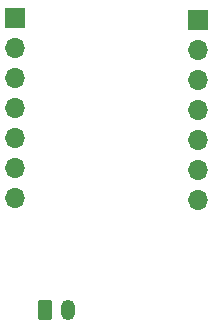
<source format=gbr>
%TF.GenerationSoftware,KiCad,Pcbnew,8.0.1*%
%TF.CreationDate,2024-04-18T20:01:03+02:00*%
%TF.ProjectId,jump,6a756d70-2e6b-4696-9361-645f70636258,rev?*%
%TF.SameCoordinates,Original*%
%TF.FileFunction,Soldermask,Bot*%
%TF.FilePolarity,Negative*%
%FSLAX46Y46*%
G04 Gerber Fmt 4.6, Leading zero omitted, Abs format (unit mm)*
G04 Created by KiCad (PCBNEW 8.0.1) date 2024-04-18 20:01:03*
%MOMM*%
%LPD*%
G01*
G04 APERTURE LIST*
G04 Aperture macros list*
%AMRoundRect*
0 Rectangle with rounded corners*
0 $1 Rounding radius*
0 $2 $3 $4 $5 $6 $7 $8 $9 X,Y pos of 4 corners*
0 Add a 4 corners polygon primitive as box body*
4,1,4,$2,$3,$4,$5,$6,$7,$8,$9,$2,$3,0*
0 Add four circle primitives for the rounded corners*
1,1,$1+$1,$2,$3*
1,1,$1+$1,$4,$5*
1,1,$1+$1,$6,$7*
1,1,$1+$1,$8,$9*
0 Add four rect primitives between the rounded corners*
20,1,$1+$1,$2,$3,$4,$5,0*
20,1,$1+$1,$4,$5,$6,$7,0*
20,1,$1+$1,$6,$7,$8,$9,0*
20,1,$1+$1,$8,$9,$2,$3,0*%
G04 Aperture macros list end*
%ADD10R,1.700000X1.700000*%
%ADD11O,1.700000X1.700000*%
%ADD12O,1.200000X1.750000*%
%ADD13RoundRect,0.250000X-0.350000X-0.625000X0.350000X-0.625000X0.350000X0.625000X-0.350000X0.625000X0*%
G04 APERTURE END LIST*
D10*
%TO.C,J3*%
X81000000Y-56000000D03*
D11*
X81000000Y-58540000D03*
X81000000Y-61080000D03*
X81000000Y-63620000D03*
X81000000Y-66160000D03*
X81000000Y-68700000D03*
X81000000Y-71240000D03*
%TD*%
%TO.C,J2*%
X65500000Y-71000000D03*
X65500000Y-68460000D03*
X65500000Y-65920000D03*
X65500000Y-63380000D03*
X65500000Y-60840000D03*
X65500000Y-58300000D03*
D10*
X65500000Y-55760000D03*
%TD*%
D12*
%TO.C,J1*%
X70000000Y-80500000D03*
D13*
X68000000Y-80500000D03*
%TD*%
M02*

</source>
